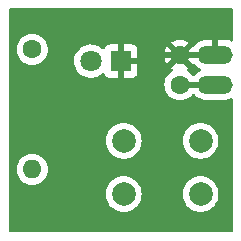
<source format=gbl>
G04 #@! TF.GenerationSoftware,KiCad,Pcbnew,(6.0.9-0)*
G04 #@! TF.CreationDate,2022-12-03T16:28:07+09:00*
G04 #@! TF.ProjectId,LEDchika,4c454463-6869-46b6-912e-6b696361645f,rev?*
G04 #@! TF.SameCoordinates,Original*
G04 #@! TF.FileFunction,Copper,L2,Bot*
G04 #@! TF.FilePolarity,Positive*
%FSLAX46Y46*%
G04 Gerber Fmt 4.6, Leading zero omitted, Abs format (unit mm)*
G04 Created by KiCad (PCBNEW (6.0.9-0)) date 2022-12-03 16:28:07*
%MOMM*%
%LPD*%
G01*
G04 APERTURE LIST*
G04 #@! TA.AperFunction,ComponentPad*
%ADD10C,1.600000*%
G04 #@! TD*
G04 #@! TA.AperFunction,ComponentPad*
%ADD11O,1.600000X1.600000*%
G04 #@! TD*
G04 #@! TA.AperFunction,ComponentPad*
%ADD12R,1.800000X1.800000*%
G04 #@! TD*
G04 #@! TA.AperFunction,ComponentPad*
%ADD13C,1.800000*%
G04 #@! TD*
G04 #@! TA.AperFunction,ComponentPad*
%ADD14C,2.000000*%
G04 #@! TD*
G04 #@! TA.AperFunction,SMDPad,CuDef*
%ADD15O,3.000000X1.500000*%
G04 #@! TD*
G04 #@! TA.AperFunction,Conductor*
%ADD16C,0.500000*%
G04 #@! TD*
G04 APERTURE END LIST*
D10*
X155000000Y-117000000D03*
X155000000Y-114500000D03*
X142500000Y-114000000D03*
D11*
X142500000Y-124160000D03*
D12*
X150000000Y-115000000D03*
D13*
X147460000Y-115000000D03*
D14*
X156750000Y-126250000D03*
X150250000Y-126250000D03*
X150250000Y-121750000D03*
X156750000Y-121750000D03*
D15*
X158000000Y-114460000D03*
X158000000Y-117000000D03*
D16*
X158000000Y-117000000D02*
X155000000Y-117000000D01*
X158000000Y-114460000D02*
X155040000Y-114460000D01*
X155040000Y-114460000D02*
X155000000Y-114500000D01*
X155000000Y-114500000D02*
X153000000Y-114500000D01*
X153000000Y-114500000D02*
X152500000Y-115000000D01*
X152500000Y-115000000D02*
X150000000Y-115000000D01*
G04 #@! TA.AperFunction,Conductor*
G36*
X159433621Y-110528502D02*
G01*
X159480114Y-110582158D01*
X159491500Y-110634500D01*
X159491500Y-113215696D01*
X159471498Y-113283817D01*
X159417842Y-113330310D01*
X159347568Y-113340414D01*
X159318504Y-113332603D01*
X159120286Y-113252920D01*
X159109571Y-113249685D01*
X158899699Y-113206223D01*
X158890562Y-113205020D01*
X158840010Y-113202105D01*
X158836363Y-113202000D01*
X158272115Y-113202000D01*
X158256876Y-113206475D01*
X158255671Y-113207865D01*
X158254000Y-113215548D01*
X158254000Y-114588000D01*
X158233998Y-114656121D01*
X158180342Y-114702614D01*
X158128000Y-114714000D01*
X157872000Y-114714000D01*
X157803879Y-114693998D01*
X157757386Y-114640342D01*
X157746000Y-114588000D01*
X157746000Y-113220115D01*
X157741525Y-113204876D01*
X157740135Y-113203671D01*
X157732452Y-113202000D01*
X157195825Y-113202000D01*
X157190230Y-113202249D01*
X157031922Y-113216378D01*
X157020908Y-113218360D01*
X156815140Y-113274651D01*
X156804659Y-113278549D01*
X156612097Y-113370397D01*
X156602484Y-113376082D01*
X156429233Y-113500575D01*
X156420767Y-113507883D01*
X156272308Y-113661082D01*
X156265265Y-113669779D01*
X156228396Y-113724645D01*
X156173800Y-113770030D01*
X156110844Y-113779700D01*
X156089146Y-113777454D01*
X156073566Y-113785644D01*
X155372022Y-114487188D01*
X155364408Y-114501132D01*
X155364539Y-114502965D01*
X155368790Y-114509580D01*
X156074287Y-115215077D01*
X156086062Y-115221507D01*
X156087965Y-115220035D01*
X156154083Y-115194171D01*
X156223688Y-115208160D01*
X156265027Y-115242988D01*
X156316832Y-115310501D01*
X156324393Y-115318724D01*
X156482194Y-115462312D01*
X156491094Y-115469067D01*
X156671815Y-115582434D01*
X156681781Y-115587511D01*
X156744358Y-115612667D01*
X156800103Y-115656633D01*
X156823228Y-115723758D01*
X156806391Y-115792729D01*
X156751607Y-115843300D01*
X156606782Y-115912378D01*
X156424346Y-116043471D01*
X156389705Y-116079218D01*
X156269572Y-116203185D01*
X156207802Y-116238185D01*
X156179088Y-116241500D01*
X156131867Y-116241500D01*
X156063746Y-116221498D01*
X156028655Y-116187772D01*
X156006198Y-116155700D01*
X155844300Y-115993802D01*
X155839792Y-115990645D01*
X155839789Y-115990643D01*
X155724570Y-115909966D01*
X155656749Y-115862477D01*
X155651765Y-115860153D01*
X155649472Y-115858829D01*
X155600479Y-115807447D01*
X155587043Y-115737733D01*
X155613429Y-115671822D01*
X155649472Y-115640591D01*
X155661002Y-115633934D01*
X155713048Y-115597491D01*
X155721424Y-115587012D01*
X155714356Y-115573566D01*
X155012812Y-114872022D01*
X154998868Y-114864408D01*
X154997035Y-114864539D01*
X154990420Y-114868790D01*
X154284923Y-115574287D01*
X154278493Y-115586062D01*
X154287789Y-115598077D01*
X154338998Y-115633934D01*
X154350528Y-115640591D01*
X154399521Y-115691973D01*
X154412958Y-115761687D01*
X154386571Y-115827598D01*
X154350528Y-115858829D01*
X154348235Y-115860153D01*
X154343251Y-115862477D01*
X154275430Y-115909966D01*
X154160211Y-115990643D01*
X154160208Y-115990645D01*
X154155700Y-115993802D01*
X153993802Y-116155700D01*
X153990645Y-116160208D01*
X153990643Y-116160211D01*
X153959422Y-116204799D01*
X153862477Y-116343251D01*
X153860154Y-116348233D01*
X153860151Y-116348238D01*
X153768039Y-116545775D01*
X153765716Y-116550757D01*
X153706457Y-116771913D01*
X153686502Y-117000000D01*
X153706457Y-117228087D01*
X153765716Y-117449243D01*
X153768039Y-117454224D01*
X153768039Y-117454225D01*
X153860151Y-117651762D01*
X153860154Y-117651767D01*
X153862477Y-117656749D01*
X153865634Y-117661257D01*
X153968242Y-117807796D01*
X153993802Y-117844300D01*
X154155700Y-118006198D01*
X154160208Y-118009355D01*
X154160211Y-118009357D01*
X154238389Y-118064098D01*
X154343251Y-118137523D01*
X154348233Y-118139846D01*
X154348238Y-118139849D01*
X154500384Y-118210795D01*
X154550757Y-118234284D01*
X154556065Y-118235706D01*
X154556067Y-118235707D01*
X154766598Y-118292119D01*
X154766600Y-118292119D01*
X154771913Y-118293543D01*
X155000000Y-118313498D01*
X155228087Y-118293543D01*
X155233400Y-118292119D01*
X155233402Y-118292119D01*
X155443933Y-118235707D01*
X155443935Y-118235706D01*
X155449243Y-118234284D01*
X155499616Y-118210795D01*
X155651762Y-118139849D01*
X155651767Y-118139846D01*
X155656749Y-118137523D01*
X155761611Y-118064098D01*
X155839789Y-118009357D01*
X155839792Y-118009355D01*
X155844300Y-118006198D01*
X156006198Y-117844300D01*
X156028655Y-117812229D01*
X156084110Y-117767901D01*
X156131867Y-117758500D01*
X156183469Y-117758500D01*
X156251590Y-117778502D01*
X156283431Y-117807796D01*
X156316461Y-117850841D01*
X156316465Y-117850845D01*
X156319877Y-117855292D01*
X156486036Y-118006485D01*
X156490783Y-118009463D01*
X156490786Y-118009465D01*
X156659731Y-118115443D01*
X156676344Y-118125864D01*
X156884783Y-118209656D01*
X157104767Y-118255213D01*
X157109378Y-118255479D01*
X157109379Y-118255479D01*
X157159952Y-118258395D01*
X157159956Y-118258395D01*
X157161775Y-118258500D01*
X158806999Y-118258500D01*
X158809786Y-118258251D01*
X158809792Y-118258251D01*
X158879929Y-118251991D01*
X158973762Y-118243617D01*
X158979176Y-118242136D01*
X158979181Y-118242135D01*
X159122469Y-118202935D01*
X159190451Y-118184337D01*
X159195509Y-118181925D01*
X159195513Y-118181923D01*
X159311256Y-118126716D01*
X159381352Y-118115443D01*
X159446415Y-118143856D01*
X159485788Y-118202935D01*
X159491500Y-118240442D01*
X159491500Y-129365500D01*
X159471498Y-129433621D01*
X159417842Y-129480114D01*
X159365500Y-129491500D01*
X140634500Y-129491500D01*
X140566379Y-129471498D01*
X140519886Y-129417842D01*
X140508500Y-129365500D01*
X140508500Y-126250000D01*
X148736835Y-126250000D01*
X148755465Y-126486711D01*
X148810895Y-126717594D01*
X148901760Y-126936963D01*
X148904346Y-126941183D01*
X149023241Y-127135202D01*
X149023245Y-127135208D01*
X149025824Y-127139416D01*
X149180031Y-127319969D01*
X149360584Y-127474176D01*
X149364792Y-127476755D01*
X149364798Y-127476759D01*
X149558817Y-127595654D01*
X149563037Y-127598240D01*
X149567607Y-127600133D01*
X149567611Y-127600135D01*
X149777833Y-127687211D01*
X149782406Y-127689105D01*
X149862609Y-127708360D01*
X150008476Y-127743380D01*
X150008482Y-127743381D01*
X150013289Y-127744535D01*
X150250000Y-127763165D01*
X150486711Y-127744535D01*
X150491518Y-127743381D01*
X150491524Y-127743380D01*
X150637391Y-127708360D01*
X150717594Y-127689105D01*
X150722167Y-127687211D01*
X150932389Y-127600135D01*
X150932393Y-127600133D01*
X150936963Y-127598240D01*
X150941183Y-127595654D01*
X151135202Y-127476759D01*
X151135208Y-127476755D01*
X151139416Y-127474176D01*
X151319969Y-127319969D01*
X151474176Y-127139416D01*
X151476755Y-127135208D01*
X151476759Y-127135202D01*
X151595654Y-126941183D01*
X151598240Y-126936963D01*
X151689105Y-126717594D01*
X151744535Y-126486711D01*
X151763165Y-126250000D01*
X155236835Y-126250000D01*
X155255465Y-126486711D01*
X155310895Y-126717594D01*
X155401760Y-126936963D01*
X155404346Y-126941183D01*
X155523241Y-127135202D01*
X155523245Y-127135208D01*
X155525824Y-127139416D01*
X155680031Y-127319969D01*
X155860584Y-127474176D01*
X155864792Y-127476755D01*
X155864798Y-127476759D01*
X156058817Y-127595654D01*
X156063037Y-127598240D01*
X156067607Y-127600133D01*
X156067611Y-127600135D01*
X156277833Y-127687211D01*
X156282406Y-127689105D01*
X156362609Y-127708360D01*
X156508476Y-127743380D01*
X156508482Y-127743381D01*
X156513289Y-127744535D01*
X156750000Y-127763165D01*
X156986711Y-127744535D01*
X156991518Y-127743381D01*
X156991524Y-127743380D01*
X157137391Y-127708360D01*
X157217594Y-127689105D01*
X157222167Y-127687211D01*
X157432389Y-127600135D01*
X157432393Y-127600133D01*
X157436963Y-127598240D01*
X157441183Y-127595654D01*
X157635202Y-127476759D01*
X157635208Y-127476755D01*
X157639416Y-127474176D01*
X157819969Y-127319969D01*
X157974176Y-127139416D01*
X157976755Y-127135208D01*
X157976759Y-127135202D01*
X158095654Y-126941183D01*
X158098240Y-126936963D01*
X158189105Y-126717594D01*
X158244535Y-126486711D01*
X158263165Y-126250000D01*
X158244535Y-126013289D01*
X158189105Y-125782406D01*
X158098240Y-125563037D01*
X158043077Y-125473019D01*
X157976759Y-125364798D01*
X157976755Y-125364792D01*
X157974176Y-125360584D01*
X157819969Y-125180031D01*
X157639416Y-125025824D01*
X157635208Y-125023245D01*
X157635202Y-125023241D01*
X157441183Y-124904346D01*
X157436963Y-124901760D01*
X157432393Y-124899867D01*
X157432389Y-124899865D01*
X157222167Y-124812789D01*
X157222165Y-124812788D01*
X157217594Y-124810895D01*
X157137391Y-124791640D01*
X156991524Y-124756620D01*
X156991518Y-124756619D01*
X156986711Y-124755465D01*
X156750000Y-124736835D01*
X156513289Y-124755465D01*
X156508482Y-124756619D01*
X156508476Y-124756620D01*
X156362609Y-124791640D01*
X156282406Y-124810895D01*
X156277835Y-124812788D01*
X156277833Y-124812789D01*
X156067611Y-124899865D01*
X156067607Y-124899867D01*
X156063037Y-124901760D01*
X156058817Y-124904346D01*
X155864798Y-125023241D01*
X155864792Y-125023245D01*
X155860584Y-125025824D01*
X155680031Y-125180031D01*
X155525824Y-125360584D01*
X155523245Y-125364792D01*
X155523241Y-125364798D01*
X155456923Y-125473019D01*
X155401760Y-125563037D01*
X155310895Y-125782406D01*
X155255465Y-126013289D01*
X155236835Y-126250000D01*
X151763165Y-126250000D01*
X151744535Y-126013289D01*
X151689105Y-125782406D01*
X151598240Y-125563037D01*
X151543077Y-125473019D01*
X151476759Y-125364798D01*
X151476755Y-125364792D01*
X151474176Y-125360584D01*
X151319969Y-125180031D01*
X151139416Y-125025824D01*
X151135208Y-125023245D01*
X151135202Y-125023241D01*
X150941183Y-124904346D01*
X150936963Y-124901760D01*
X150932393Y-124899867D01*
X150932389Y-124899865D01*
X150722167Y-124812789D01*
X150722165Y-124812788D01*
X150717594Y-124810895D01*
X150637391Y-124791640D01*
X150491524Y-124756620D01*
X150491518Y-124756619D01*
X150486711Y-124755465D01*
X150250000Y-124736835D01*
X150013289Y-124755465D01*
X150008482Y-124756619D01*
X150008476Y-124756620D01*
X149862609Y-124791640D01*
X149782406Y-124810895D01*
X149777835Y-124812788D01*
X149777833Y-124812789D01*
X149567611Y-124899865D01*
X149567607Y-124899867D01*
X149563037Y-124901760D01*
X149558817Y-124904346D01*
X149364798Y-125023241D01*
X149364792Y-125023245D01*
X149360584Y-125025824D01*
X149180031Y-125180031D01*
X149025824Y-125360584D01*
X149023245Y-125364792D01*
X149023241Y-125364798D01*
X148956923Y-125473019D01*
X148901760Y-125563037D01*
X148810895Y-125782406D01*
X148755465Y-126013289D01*
X148736835Y-126250000D01*
X140508500Y-126250000D01*
X140508500Y-124160000D01*
X141186502Y-124160000D01*
X141206457Y-124388087D01*
X141265716Y-124609243D01*
X141268039Y-124614224D01*
X141268039Y-124614225D01*
X141360151Y-124811762D01*
X141360154Y-124811767D01*
X141362477Y-124816749D01*
X141493802Y-125004300D01*
X141655700Y-125166198D01*
X141660208Y-125169355D01*
X141660211Y-125169357D01*
X141738389Y-125224098D01*
X141843251Y-125297523D01*
X141848233Y-125299846D01*
X141848238Y-125299849D01*
X142045775Y-125391961D01*
X142050757Y-125394284D01*
X142056065Y-125395706D01*
X142056067Y-125395707D01*
X142266598Y-125452119D01*
X142266600Y-125452119D01*
X142271913Y-125453543D01*
X142500000Y-125473498D01*
X142728087Y-125453543D01*
X142733400Y-125452119D01*
X142733402Y-125452119D01*
X142943933Y-125395707D01*
X142943935Y-125395706D01*
X142949243Y-125394284D01*
X142954225Y-125391961D01*
X143151762Y-125299849D01*
X143151767Y-125299846D01*
X143156749Y-125297523D01*
X143261611Y-125224098D01*
X143339789Y-125169357D01*
X143339792Y-125169355D01*
X143344300Y-125166198D01*
X143506198Y-125004300D01*
X143637523Y-124816749D01*
X143639846Y-124811767D01*
X143639849Y-124811762D01*
X143731961Y-124614225D01*
X143731961Y-124614224D01*
X143734284Y-124609243D01*
X143793543Y-124388087D01*
X143813498Y-124160000D01*
X143793543Y-123931913D01*
X143734284Y-123710757D01*
X143731961Y-123705775D01*
X143639849Y-123508238D01*
X143639846Y-123508233D01*
X143637523Y-123503251D01*
X143506198Y-123315700D01*
X143344300Y-123153802D01*
X143339792Y-123150645D01*
X143339789Y-123150643D01*
X143261256Y-123095654D01*
X143156749Y-123022477D01*
X143151767Y-123020154D01*
X143151762Y-123020151D01*
X142954225Y-122928039D01*
X142954224Y-122928039D01*
X142949243Y-122925716D01*
X142943935Y-122924294D01*
X142943933Y-122924293D01*
X142733402Y-122867881D01*
X142733400Y-122867881D01*
X142728087Y-122866457D01*
X142500000Y-122846502D01*
X142271913Y-122866457D01*
X142266600Y-122867881D01*
X142266598Y-122867881D01*
X142056067Y-122924293D01*
X142056065Y-122924294D01*
X142050757Y-122925716D01*
X142045776Y-122928039D01*
X142045775Y-122928039D01*
X141848238Y-123020151D01*
X141848233Y-123020154D01*
X141843251Y-123022477D01*
X141738744Y-123095654D01*
X141660211Y-123150643D01*
X141660208Y-123150645D01*
X141655700Y-123153802D01*
X141493802Y-123315700D01*
X141362477Y-123503251D01*
X141360154Y-123508233D01*
X141360151Y-123508238D01*
X141268039Y-123705775D01*
X141265716Y-123710757D01*
X141206457Y-123931913D01*
X141186502Y-124160000D01*
X140508500Y-124160000D01*
X140508500Y-121750000D01*
X148736835Y-121750000D01*
X148755465Y-121986711D01*
X148810895Y-122217594D01*
X148901760Y-122436963D01*
X148904346Y-122441183D01*
X149023241Y-122635202D01*
X149023245Y-122635208D01*
X149025824Y-122639416D01*
X149180031Y-122819969D01*
X149360584Y-122974176D01*
X149364792Y-122976755D01*
X149364798Y-122976759D01*
X149444555Y-123025634D01*
X149563037Y-123098240D01*
X149567607Y-123100133D01*
X149567611Y-123100135D01*
X149777833Y-123187211D01*
X149782406Y-123189105D01*
X149862609Y-123208360D01*
X150008476Y-123243380D01*
X150008482Y-123243381D01*
X150013289Y-123244535D01*
X150250000Y-123263165D01*
X150486711Y-123244535D01*
X150491518Y-123243381D01*
X150491524Y-123243380D01*
X150637391Y-123208360D01*
X150717594Y-123189105D01*
X150722167Y-123187211D01*
X150932389Y-123100135D01*
X150932393Y-123100133D01*
X150936963Y-123098240D01*
X151055445Y-123025634D01*
X151135202Y-122976759D01*
X151135208Y-122976755D01*
X151139416Y-122974176D01*
X151319969Y-122819969D01*
X151474176Y-122639416D01*
X151476755Y-122635208D01*
X151476759Y-122635202D01*
X151595654Y-122441183D01*
X151598240Y-122436963D01*
X151689105Y-122217594D01*
X151744535Y-121986711D01*
X151763165Y-121750000D01*
X155236835Y-121750000D01*
X155255465Y-121986711D01*
X155310895Y-122217594D01*
X155401760Y-122436963D01*
X155404346Y-122441183D01*
X155523241Y-122635202D01*
X155523245Y-122635208D01*
X155525824Y-122639416D01*
X155680031Y-122819969D01*
X155860584Y-122974176D01*
X155864792Y-122976755D01*
X155864798Y-122976759D01*
X155944555Y-123025634D01*
X156063037Y-123098240D01*
X156067607Y-123100133D01*
X156067611Y-123100135D01*
X156277833Y-123187211D01*
X156282406Y-123189105D01*
X156362609Y-123208360D01*
X156508476Y-123243380D01*
X156508482Y-123243381D01*
X156513289Y-123244535D01*
X156750000Y-123263165D01*
X156986711Y-123244535D01*
X156991518Y-123243381D01*
X156991524Y-123243380D01*
X157137391Y-123208360D01*
X157217594Y-123189105D01*
X157222167Y-123187211D01*
X157432389Y-123100135D01*
X157432393Y-123100133D01*
X157436963Y-123098240D01*
X157555445Y-123025634D01*
X157635202Y-122976759D01*
X157635208Y-122976755D01*
X157639416Y-122974176D01*
X157819969Y-122819969D01*
X157974176Y-122639416D01*
X157976755Y-122635208D01*
X157976759Y-122635202D01*
X158095654Y-122441183D01*
X158098240Y-122436963D01*
X158189105Y-122217594D01*
X158244535Y-121986711D01*
X158263165Y-121750000D01*
X158244535Y-121513289D01*
X158189105Y-121282406D01*
X158098240Y-121063037D01*
X158095654Y-121058817D01*
X157976759Y-120864798D01*
X157976755Y-120864792D01*
X157974176Y-120860584D01*
X157819969Y-120680031D01*
X157639416Y-120525824D01*
X157635208Y-120523245D01*
X157635202Y-120523241D01*
X157441183Y-120404346D01*
X157436963Y-120401760D01*
X157432393Y-120399867D01*
X157432389Y-120399865D01*
X157222167Y-120312789D01*
X157222165Y-120312788D01*
X157217594Y-120310895D01*
X157137391Y-120291640D01*
X156991524Y-120256620D01*
X156991518Y-120256619D01*
X156986711Y-120255465D01*
X156750000Y-120236835D01*
X156513289Y-120255465D01*
X156508482Y-120256619D01*
X156508476Y-120256620D01*
X156362609Y-120291640D01*
X156282406Y-120310895D01*
X156277835Y-120312788D01*
X156277833Y-120312789D01*
X156067611Y-120399865D01*
X156067607Y-120399867D01*
X156063037Y-120401760D01*
X156058817Y-120404346D01*
X155864798Y-120523241D01*
X155864792Y-120523245D01*
X155860584Y-120525824D01*
X155680031Y-120680031D01*
X155525824Y-120860584D01*
X155523245Y-120864792D01*
X155523241Y-120864798D01*
X155404346Y-121058817D01*
X155401760Y-121063037D01*
X155310895Y-121282406D01*
X155255465Y-121513289D01*
X155236835Y-121750000D01*
X151763165Y-121750000D01*
X151744535Y-121513289D01*
X151689105Y-121282406D01*
X151598240Y-121063037D01*
X151595654Y-121058817D01*
X151476759Y-120864798D01*
X151476755Y-120864792D01*
X151474176Y-120860584D01*
X151319969Y-120680031D01*
X151139416Y-120525824D01*
X151135208Y-120523245D01*
X151135202Y-120523241D01*
X150941183Y-120404346D01*
X150936963Y-120401760D01*
X150932393Y-120399867D01*
X150932389Y-120399865D01*
X150722167Y-120312789D01*
X150722165Y-120312788D01*
X150717594Y-120310895D01*
X150637391Y-120291640D01*
X150491524Y-120256620D01*
X150491518Y-120256619D01*
X150486711Y-120255465D01*
X150250000Y-120236835D01*
X150013289Y-120255465D01*
X150008482Y-120256619D01*
X150008476Y-120256620D01*
X149862609Y-120291640D01*
X149782406Y-120310895D01*
X149777835Y-120312788D01*
X149777833Y-120312789D01*
X149567611Y-120399865D01*
X149567607Y-120399867D01*
X149563037Y-120401760D01*
X149558817Y-120404346D01*
X149364798Y-120523241D01*
X149364792Y-120523245D01*
X149360584Y-120525824D01*
X149180031Y-120680031D01*
X149025824Y-120860584D01*
X149023245Y-120864792D01*
X149023241Y-120864798D01*
X148904346Y-121058817D01*
X148901760Y-121063037D01*
X148810895Y-121282406D01*
X148755465Y-121513289D01*
X148736835Y-121750000D01*
X140508500Y-121750000D01*
X140508500Y-114000000D01*
X141186502Y-114000000D01*
X141206457Y-114228087D01*
X141265716Y-114449243D01*
X141268039Y-114454224D01*
X141268039Y-114454225D01*
X141360151Y-114651762D01*
X141360154Y-114651767D01*
X141362477Y-114656749D01*
X141493802Y-114844300D01*
X141655700Y-115006198D01*
X141660208Y-115009355D01*
X141660211Y-115009357D01*
X141738389Y-115064098D01*
X141843251Y-115137523D01*
X141848233Y-115139846D01*
X141848238Y-115139849D01*
X142023178Y-115221424D01*
X142050757Y-115234284D01*
X142056065Y-115235706D01*
X142056067Y-115235707D01*
X142266598Y-115292119D01*
X142266600Y-115292119D01*
X142271913Y-115293543D01*
X142500000Y-115313498D01*
X142728087Y-115293543D01*
X142733400Y-115292119D01*
X142733402Y-115292119D01*
X142943933Y-115235707D01*
X142943935Y-115235706D01*
X142949243Y-115234284D01*
X142976822Y-115221424D01*
X143151762Y-115139849D01*
X143151767Y-115139846D01*
X143156749Y-115137523D01*
X143261611Y-115064098D01*
X143339789Y-115009357D01*
X143339792Y-115009355D01*
X143344300Y-115006198D01*
X143385029Y-114965469D01*
X146047095Y-114965469D01*
X146047392Y-114970622D01*
X146047392Y-114970625D01*
X146049443Y-115006198D01*
X146060427Y-115196697D01*
X146061564Y-115201743D01*
X146061565Y-115201749D01*
X146076394Y-115267548D01*
X146111346Y-115422642D01*
X146113288Y-115427424D01*
X146113289Y-115427428D01*
X146178292Y-115587511D01*
X146198484Y-115637237D01*
X146319501Y-115834719D01*
X146471147Y-116009784D01*
X146649349Y-116157730D01*
X146849322Y-116274584D01*
X147065694Y-116357209D01*
X147070760Y-116358240D01*
X147070761Y-116358240D01*
X147123846Y-116369040D01*
X147292656Y-116403385D01*
X147423324Y-116408176D01*
X147518949Y-116411683D01*
X147518953Y-116411683D01*
X147524113Y-116411872D01*
X147529233Y-116411216D01*
X147529235Y-116411216D01*
X147628668Y-116398478D01*
X147753847Y-116382442D01*
X147758795Y-116380957D01*
X147758802Y-116380956D01*
X147970747Y-116317369D01*
X147975690Y-116315886D01*
X148056236Y-116276427D01*
X148179049Y-116216262D01*
X148179052Y-116216260D01*
X148183684Y-116213991D01*
X148372243Y-116079494D01*
X148375898Y-116075852D01*
X148375906Y-116075845D01*
X148417697Y-116034199D01*
X148480068Y-116000282D01*
X148550875Y-116005470D01*
X148607637Y-116048116D01*
X148624619Y-116079218D01*
X148646677Y-116138056D01*
X148655214Y-116153649D01*
X148731715Y-116255724D01*
X148744276Y-116268285D01*
X148846351Y-116344786D01*
X148861946Y-116353324D01*
X148982394Y-116398478D01*
X148997649Y-116402105D01*
X149048514Y-116407631D01*
X149055328Y-116408000D01*
X149727885Y-116408000D01*
X149743124Y-116403525D01*
X149744329Y-116402135D01*
X149746000Y-116394452D01*
X149746000Y-116389884D01*
X150254000Y-116389884D01*
X150258475Y-116405123D01*
X150259865Y-116406328D01*
X150267548Y-116407999D01*
X150944669Y-116407999D01*
X150951490Y-116407629D01*
X151002352Y-116402105D01*
X151017604Y-116398479D01*
X151138054Y-116353324D01*
X151153649Y-116344786D01*
X151255724Y-116268285D01*
X151268285Y-116255724D01*
X151344786Y-116153649D01*
X151353324Y-116138054D01*
X151398478Y-116017606D01*
X151402105Y-116002351D01*
X151407631Y-115951486D01*
X151408000Y-115944672D01*
X151408000Y-115272115D01*
X151403525Y-115256876D01*
X151402135Y-115255671D01*
X151394452Y-115254000D01*
X150272115Y-115254000D01*
X150256876Y-115258475D01*
X150255671Y-115259865D01*
X150254000Y-115267548D01*
X150254000Y-116389884D01*
X149746000Y-116389884D01*
X149746000Y-114727885D01*
X150254000Y-114727885D01*
X150258475Y-114743124D01*
X150259865Y-114744329D01*
X150267548Y-114746000D01*
X151389884Y-114746000D01*
X151405123Y-114741525D01*
X151406328Y-114740135D01*
X151407999Y-114732452D01*
X151407999Y-114505475D01*
X153687483Y-114505475D01*
X153706472Y-114722519D01*
X153708375Y-114733312D01*
X153764764Y-114943761D01*
X153768510Y-114954053D01*
X153860586Y-115151511D01*
X153866069Y-115161006D01*
X153902509Y-115213048D01*
X153912988Y-115221424D01*
X153926434Y-115214356D01*
X154627978Y-114512812D01*
X154635592Y-114498868D01*
X154635461Y-114497035D01*
X154631210Y-114490420D01*
X153925713Y-113784923D01*
X153913938Y-113778493D01*
X153901923Y-113787789D01*
X153866069Y-113838994D01*
X153860586Y-113848489D01*
X153768510Y-114045947D01*
X153764764Y-114056239D01*
X153708375Y-114266688D01*
X153706472Y-114277481D01*
X153687483Y-114494525D01*
X153687483Y-114505475D01*
X151407999Y-114505475D01*
X151407999Y-114055331D01*
X151407629Y-114048510D01*
X151402105Y-113997648D01*
X151398479Y-113982396D01*
X151353324Y-113861946D01*
X151344786Y-113846351D01*
X151268285Y-113744276D01*
X151255724Y-113731715D01*
X151153649Y-113655214D01*
X151138054Y-113646676D01*
X151017606Y-113601522D01*
X151002351Y-113597895D01*
X150951486Y-113592369D01*
X150944672Y-113592000D01*
X150272115Y-113592000D01*
X150256876Y-113596475D01*
X150255671Y-113597865D01*
X150254000Y-113605548D01*
X150254000Y-114727885D01*
X149746000Y-114727885D01*
X149746000Y-113610116D01*
X149741525Y-113594877D01*
X149740135Y-113593672D01*
X149732452Y-113592001D01*
X149055331Y-113592001D01*
X149048510Y-113592371D01*
X148997648Y-113597895D01*
X148982396Y-113601521D01*
X148861946Y-113646676D01*
X148846351Y-113655214D01*
X148744276Y-113731715D01*
X148731715Y-113744276D01*
X148655214Y-113846351D01*
X148646675Y-113861948D01*
X148625934Y-113917275D01*
X148583293Y-113974040D01*
X148516731Y-113998740D01*
X148447383Y-113983533D01*
X148424388Y-113966909D01*
X148423887Y-113966358D01*
X148361737Y-113917275D01*
X148246177Y-113826011D01*
X148246172Y-113826008D01*
X148242123Y-113822810D01*
X148237607Y-113820317D01*
X148237604Y-113820315D01*
X148043879Y-113713373D01*
X148043875Y-113713371D01*
X148039355Y-113710876D01*
X148034486Y-113709152D01*
X148034482Y-113709150D01*
X147825903Y-113635288D01*
X147825899Y-113635287D01*
X147821028Y-113633562D01*
X147815935Y-113632655D01*
X147815932Y-113632654D01*
X147598095Y-113593851D01*
X147598089Y-113593850D01*
X147593006Y-113592945D01*
X147515644Y-113592000D01*
X147366581Y-113590179D01*
X147366579Y-113590179D01*
X147361411Y-113590116D01*
X147132464Y-113625150D01*
X146912314Y-113697106D01*
X146907726Y-113699494D01*
X146907722Y-113699496D01*
X146738113Y-113787789D01*
X146706872Y-113804052D01*
X146702739Y-113807155D01*
X146702736Y-113807157D01*
X146556073Y-113917275D01*
X146521655Y-113943117D01*
X146361639Y-114110564D01*
X146231119Y-114301899D01*
X146133602Y-114511981D01*
X146071707Y-114735169D01*
X146047095Y-114965469D01*
X143385029Y-114965469D01*
X143506198Y-114844300D01*
X143637523Y-114656749D01*
X143639846Y-114651767D01*
X143639849Y-114651762D01*
X143731961Y-114454225D01*
X143731961Y-114454224D01*
X143734284Y-114449243D01*
X143793543Y-114228087D01*
X143813498Y-114000000D01*
X143793543Y-113771913D01*
X143782772Y-113731715D01*
X143735707Y-113556067D01*
X143735706Y-113556065D01*
X143734284Y-113550757D01*
X143676312Y-113426434D01*
X143670042Y-113412988D01*
X154278576Y-113412988D01*
X154285644Y-113426434D01*
X154987188Y-114127978D01*
X155001132Y-114135592D01*
X155002965Y-114135461D01*
X155009580Y-114131210D01*
X155715077Y-113425713D01*
X155721507Y-113413938D01*
X155712211Y-113401923D01*
X155661006Y-113366069D01*
X155651511Y-113360586D01*
X155454053Y-113268510D01*
X155443761Y-113264764D01*
X155233312Y-113208375D01*
X155222519Y-113206472D01*
X155005475Y-113187483D01*
X154994525Y-113187483D01*
X154777481Y-113206472D01*
X154766688Y-113208375D01*
X154556239Y-113264764D01*
X154545947Y-113268510D01*
X154348489Y-113360586D01*
X154338994Y-113366069D01*
X154286952Y-113402509D01*
X154278576Y-113412988D01*
X143670042Y-113412988D01*
X143639849Y-113348238D01*
X143639846Y-113348233D01*
X143637523Y-113343251D01*
X143543082Y-113208375D01*
X143509357Y-113160211D01*
X143509355Y-113160208D01*
X143506198Y-113155700D01*
X143344300Y-112993802D01*
X143339792Y-112990645D01*
X143339789Y-112990643D01*
X143261611Y-112935902D01*
X143156749Y-112862477D01*
X143151767Y-112860154D01*
X143151762Y-112860151D01*
X142954225Y-112768039D01*
X142954224Y-112768039D01*
X142949243Y-112765716D01*
X142943935Y-112764294D01*
X142943933Y-112764293D01*
X142733402Y-112707881D01*
X142733400Y-112707881D01*
X142728087Y-112706457D01*
X142500000Y-112686502D01*
X142271913Y-112706457D01*
X142266600Y-112707881D01*
X142266598Y-112707881D01*
X142056067Y-112764293D01*
X142056065Y-112764294D01*
X142050757Y-112765716D01*
X142045776Y-112768039D01*
X142045775Y-112768039D01*
X141848238Y-112860151D01*
X141848233Y-112860154D01*
X141843251Y-112862477D01*
X141738389Y-112935902D01*
X141660211Y-112990643D01*
X141660208Y-112990645D01*
X141655700Y-112993802D01*
X141493802Y-113155700D01*
X141490645Y-113160208D01*
X141490643Y-113160211D01*
X141456918Y-113208375D01*
X141362477Y-113343251D01*
X141360154Y-113348233D01*
X141360151Y-113348238D01*
X141323688Y-113426434D01*
X141265716Y-113550757D01*
X141264294Y-113556065D01*
X141264293Y-113556067D01*
X141217228Y-113731715D01*
X141206457Y-113771913D01*
X141186502Y-114000000D01*
X140508500Y-114000000D01*
X140508500Y-110634500D01*
X140528502Y-110566379D01*
X140582158Y-110519886D01*
X140634500Y-110508500D01*
X159365500Y-110508500D01*
X159433621Y-110528502D01*
G37*
G04 #@! TD.AperFunction*
M02*

</source>
